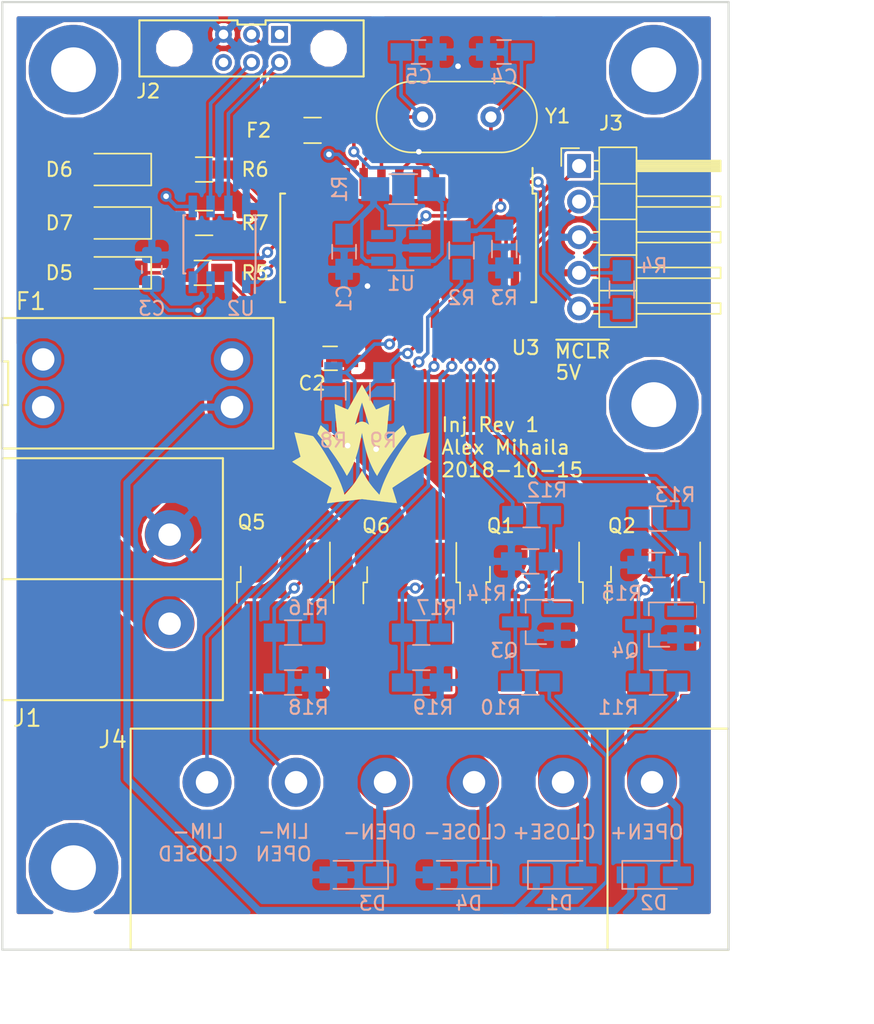
<source format=kicad_pcb>
(kicad_pcb (version 20171130) (host pcbnew "(5.0.0-3-g5ebb6b6)")
  (layers (0 F.Cu signal) (31 B.Cu signal) (34 B.Paste user hide) (35 F.Paste user hide) (36 B.SilkS user) (37 F.SilkS user) (38 B.Mask user hide) (39 F.Mask user hide) (44 Edge.Cuts user))
  (net 0 "")
  (net 1 "Net-(F2-Pad2)")
  (net 2 +12V)
  (net 3 GND)
  (net 4 CANL)
  (net 5 CANH)
  (net 6 "/Motor Control/CLOSE-")
  (net 7 "Net-(Q6-Pad1)")
  (net 8 "Net-(Q5-Pad1)")
  (net 9 "/Motor Control/OPEN-")
  (net 10 "/Motor Control/OPEN+")
  (net 11 +BATT)
  (net 12 "Net-(Q2-Pad1)")
  (net 13 "Net-(Q1-Pad1)")
  (net 14 "/Motor Control/CLOSE+")
  (net 15 "Net-(Q3-Pad1)")
  (net 16 "Net-(Q4-Pad1)")
  (net 17 "Net-(F2-Pad1)")
  (net 18 +5V)
  (net 19 /MCU/LOW_SIDE_B)
  (net 20 /MCU/VBAT)
  (net 21 /MCU/LOW_SIDE_A)
  (net 22 /MCU/HIGH_SIDE_B)
  (net 23 /MCU/HIGH_SIDE_A)
  (net 24 /MCU/LIM_OPEN)
  (net 25 /MCU/LIM_CLOSE)
  (net 26 "Net-(R7-Pad2)")
  (net 27 "Net-(D7-Pad1)")
  (net 28 "Net-(D6-Pad1)")
  (net 29 "Net-(R6-Pad2)")
  (net 30 "Net-(D5-Pad1)")
  (net 31 "Net-(R5-Pad2)")
  (net 32 /MCU/~MCLR)
  (net 33 /MCU/ICSPDAT)
  (net 34 /MCU/ICSPCLK)
  (net 35 /MCU/CURR_AMP)
  (net 36 /MCU/CAN_RX)
  (net 37 /MCU/CAN_TX)
  (net 38 "Net-(U3-Pad18)")
  (net 39 "Net-(U3-Pad17)")
  (net 40 "Net-(U3-Pad16)")
  (net 41 /MCU/OSC2)
  (net 42 /MCU/OSC1)
  (net 43 "Net-(U3-Pad7)")
  (net 44 "Net-(U3-Pad6)")
  (net 45 "Net-(U3-Pad5)")
  (net 46 "Net-(U3-Pad4)")
  (net 47 "Net-(F1-Pad1)")
  (module Package_TO_SOT_SMD:SOT-23-5_HandSoldering (layer B.Cu) (at 159.004 100.076 180)
    (fp_text reference U1 (at 0 -2.54 180) (layer B.SilkS) (effects (justify mirror)))
    (fp_text value INA180)
    (pad 1 smd rect (at -1.35 0.95 180) (size 1.56 0.65) (layers B.Cu B.Paste B.Mask) (net 35 /MCU/CURR_AMP))
    (pad 2 smd rect (at -1.35 0 180) (size 1.56 0.65) (layers B.Cu B.Paste B.Mask) (net 3 GND))
    (pad 3 smd rect (at -1.35 -0.95 180) (size 1.56 0.65) (layers B.Cu B.Paste B.Mask) (net 17 "Net-(F2-Pad1)"))
    (pad 4 smd rect (at 1.35 -0.95 180) (size 1.56 0.65) (layers B.Cu B.Paste B.Mask) (net 18 +5V))
    (pad 5 smd rect (at 1.35 0.95 180) (size 1.56 0.65) (layers B.Cu B.Paste B.Mask) (net 18 +5V))
  )
  (module Capacitors_SMD:C_0805_HandSoldering (layer B.Cu) (at 154.94 100.35 90)
    (fp_text reference C1 (at -3.322 0 90) (layer B.SilkS) (effects (justify mirror)))
    (fp_text value 0.1uF)
    (pad 1 smd rect (at -1.25 0 90) (size 1.5 1.25) (layers B.Cu B.Paste B.Mask) (net 3 GND))
    (pad 2 smd rect (at 1.25 0 90) (size 1.5 1.25) (layers B.Cu B.Paste B.Mask) (net 18 +5V))
  )
  (module TO_SOT_Packages_SMD:TO-252-2 (layer F.Cu) (at 168.529 126.374 270)
    (fp_text reference Q1 (at -6.486 2.413) (layer F.SilkS))
    (fp_text value AOD417)
    (pad 1 smd rect (at -4.2 -2.28 270) (size 2.2 1.2) (layers F.Cu F.Paste F.Mask) (net 13 "Net-(Q1-Pad1)"))
    (pad 3 smd rect (at -4.2 2.28 270) (size 2.2 1.2) (layers F.Cu F.Paste F.Mask) (net 11 +BATT))
    (pad 2 smd rect (at 2.1 0 270) (size 6.4 5.8) (layers F.Cu F.Mask) (net 14 "/Motor Control/CLOSE+"))
    (pad 2 smd rect (at 3.775 1.525 270) (size 3.05 2.75) (layers F.Cu F.Paste) (net 14 "/Motor Control/CLOSE+"))
    (pad 2 smd rect (at 0.425 -1.525 270) (size 3.05 2.75) (layers F.Cu F.Paste) (net 14 "/Motor Control/CLOSE+"))
    (pad 2 smd rect (at 3.775 -1.525 270) (size 3.05 2.75) (layers F.Cu F.Paste) (net 14 "/Motor Control/CLOSE+"))
    (pad 2 smd rect (at 0.425 1.525 270) (size 3.05 2.75) (layers F.Cu F.Paste) (net 14 "/Motor Control/CLOSE+"))
  )
  (module MountingHole:MountingHole_3.2mm_M3_Pad (layer F.Cu) (at 135.636 144.272)
    (fp_text reference REF** hide)
    (fp_text value MountingHole_3.2mm_M3_Pad)
    (pad 1 thru_hole circle (at 0 0) (size 6.4 6.4) (drill 3.2) (layers *.Cu *.Mask))
  )
  (module MountingHole:MountingHole_3.2mm_M3_Pad (layer F.Cu) (at 177.038 111.252)
    (fp_text reference REF** hide)
    (fp_text value MountingHole_3.2mm_M3_Pad)
    (pad 1 thru_hole circle (at 0 0) (size 6.4 6.4) (drill 3.2) (layers *.Cu *.Mask))
  )
  (module MountingHole:MountingHole_3.2mm_M3_Pad (layer F.Cu) (at 177.038 87.376)
    (fp_text reference REF** hide)
    (fp_text value MountingHole_3.2mm_M3_Pad)
    (pad 1 thru_hole circle (at 0 0) (size 6.4 6.4) (drill 3.2) (layers *.Cu *.Mask))
  )
  (module Housings_SOIC:SOIC-28W_7.5x17.9mm_Pitch1.27mm (layer F.Cu) (at 159.512 100.076 270)
    (fp_text reference U3 (at 7.112 -8.382) (layer F.SilkS))
    (fp_text value PIC18F26K83)
    (pad 28 smd rect (at 4.7 -8.255 270) (size 2 0.6) (layers F.Cu F.Paste F.Mask) (net 33 /MCU/ICSPDAT))
    (pad 27 smd rect (at 4.7 -6.985 270) (size 2 0.6) (layers F.Cu F.Paste F.Mask) (net 34 /MCU/ICSPCLK))
    (pad 26 smd rect (at 4.7 -5.715 270) (size 2 0.6) (layers F.Cu F.Paste F.Mask) (net 22 /MCU/HIGH_SIDE_B))
    (pad 25 smd rect (at 4.7 -4.445 270) (size 2 0.6) (layers F.Cu F.Paste F.Mask) (net 23 /MCU/HIGH_SIDE_A))
    (pad 24 smd rect (at 4.7 -3.175 270) (size 2 0.6) (layers F.Cu F.Paste F.Mask) (net 19 /MCU/LOW_SIDE_B))
    (pad 23 smd rect (at 4.7 -1.905 270) (size 2 0.6) (layers F.Cu F.Paste F.Mask) (net 21 /MCU/LOW_SIDE_A))
    (pad 22 smd rect (at 4.7 -0.635 270) (size 2 0.6) (layers F.Cu F.Paste F.Mask) (net 24 /MCU/LIM_OPEN))
    (pad 21 smd rect (at 4.7 0.635 270) (size 2 0.6) (layers F.Cu F.Paste F.Mask) (net 25 /MCU/LIM_CLOSE))
    (pad 20 smd rect (at 4.7 1.905 270) (size 2 0.6) (layers F.Cu F.Paste F.Mask) (net 18 +5V))
    (pad 19 smd rect (at 4.7 3.175 270) (size 2 0.6) (layers F.Cu F.Paste F.Mask) (net 3 GND))
    (pad 18 smd rect (at 4.7 4.445 270) (size 2 0.6) (layers F.Cu F.Paste F.Mask) (net 38 "Net-(U3-Pad18)"))
    (pad 17 smd rect (at 4.7 5.715 270) (size 2 0.6) (layers F.Cu F.Paste F.Mask) (net 39 "Net-(U3-Pad17)"))
    (pad 16 smd rect (at 4.7 6.985 270) (size 2 0.6) (layers F.Cu F.Paste F.Mask) (net 40 "Net-(U3-Pad16)"))
    (pad 15 smd rect (at 4.7 8.255 270) (size 2 0.6) (layers F.Cu F.Paste F.Mask) (net 31 "Net-(R5-Pad2)"))
    (pad 14 smd rect (at -4.7 8.255 270) (size 2 0.6) (layers F.Cu F.Paste F.Mask) (net 29 "Net-(R6-Pad2)"))
    (pad 13 smd rect (at -4.7 6.985 270) (size 2 0.6) (layers F.Cu F.Paste F.Mask) (net 26 "Net-(R7-Pad2)"))
    (pad 12 smd rect (at -4.7 5.715 270) (size 2 0.6) (layers F.Cu F.Paste F.Mask) (net 36 /MCU/CAN_RX))
    (pad 11 smd rect (at -4.7 4.445 270) (size 2 0.6) (layers F.Cu F.Paste F.Mask) (net 37 /MCU/CAN_TX))
    (pad 10 smd rect (at -4.7 3.175 270) (size 2 0.6) (layers F.Cu F.Paste F.Mask) (net 41 /MCU/OSC2))
    (pad 9 smd rect (at -4.7 1.905 270) (size 2 0.6) (layers F.Cu F.Paste F.Mask) (net 42 /MCU/OSC1))
    (pad 8 smd rect (at -4.7 0.635 270) (size 2 0.6) (layers F.Cu F.Paste F.Mask) (net 3 GND))
    (pad 7 smd rect (at -4.7 -0.635 270) (size 2 0.6) (layers F.Cu F.Paste F.Mask) (net 43 "Net-(U3-Pad7)"))
    (pad 6 smd rect (at -4.7 -1.905 270) (size 2 0.6) (layers F.Cu F.Paste F.Mask) (net 44 "Net-(U3-Pad6)"))
    (pad 5 smd rect (at -4.7 -3.175 270) (size 2 0.6) (layers F.Cu F.Paste F.Mask) (net 45 "Net-(U3-Pad5)"))
    (pad 4 smd rect (at -4.7 -4.445 270) (size 2 0.6) (layers F.Cu F.Paste F.Mask) (net 46 "Net-(U3-Pad4)"))
    (pad 3 smd rect (at -4.7 -5.715 270) (size 2 0.6) (layers F.Cu F.Paste F.Mask) (net 35 /MCU/CURR_AMP))
    (pad 2 smd rect (at -4.7 -6.985 270) (size 2 0.6) (layers F.Cu F.Paste F.Mask) (net 20 /MCU/VBAT))
    (pad 1 smd rect (at -4.7 -8.255 270) (size 2 0.6) (layers F.Cu F.Paste F.Mask) (net 32 /MCU/~MCLR))
  )
  (module Flight_Instr:Barrier_Strip_2Circuit (layer F.Cu) (at 142.494 123.698 90)
    (fp_text reference J1 (at -9.906 -10.16 180) (layer F.SilkS) (effects (font (size 1.2 1.2))))
    (fp_text value "Valve Power")
    (pad 1 thru_hole circle (at -3.175 0 90) (size 3.5 3.5) (drill 1.6) (layers *.Cu *.Mask) (net 47 "Net-(F1-Pad1)"))
    (pad 2 thru_hole circle (at 3.175 0 90) (size 3.5 3.5) (drill 1.6) (layers *.Cu *.Mask) (net 3 GND))
  )
  (module Capacitor_SMD:C_0805_2012Metric_Pad1.15x1.40mm_HandSolder (layer B.Cu) (at 141.224 101.609 90)
    (fp_text reference C3 (at -2.785 0 180) (layer B.SilkS) (effects (justify mirror)))
    (fp_text value 10uF)
    (pad 1 smd roundrect (at -1.025 0 90) (size 1.15 1.4) (layers B.Cu B.Paste B.Mask) (roundrect_rratio 0.217391) (net 18 +5V))
    (pad 2 smd roundrect (at 1.025 0 90) (size 1.15 1.4) (layers B.Cu B.Paste B.Mask) (roundrect_rratio 0.217391) (net 3 GND))
  )
  (module Pin_Headers:Pin_Header_Angled_1x05_Pitch2.54mm (layer F.Cu) (at 171.704 94.234)
    (fp_text reference J3 (at 2.286 -3.048) (layer F.SilkS))
    (fp_text value "Programming Header")
    (pad 5 thru_hole oval (at 0 10.16) (size 1.7 1.7) (drill 1) (layers *.Cu *.Mask) (net 32 /MCU/~MCLR))
    (pad 4 thru_hole oval (at 0 7.62) (size 1.7 1.7) (drill 1) (layers *.Cu *.Mask) (net 18 +5V))
    (pad 3 thru_hole oval (at 0 5.08) (size 1.7 1.7) (drill 1) (layers *.Cu *.Mask) (net 3 GND))
    (pad 2 thru_hole oval (at 0 2.54) (size 1.7 1.7) (drill 1) (layers *.Cu *.Mask) (net 33 /MCU/ICSPDAT))
    (pad 1 thru_hole rect (at 0 0) (size 1.7 1.7) (drill 1) (layers *.Cu *.Mask) (net 34 /MCU/ICSPCLK))
  )
  (module Capacitors_SMD:C_0805_HandSoldering (layer F.Cu) (at 153.944 107.95)
    (fp_text reference C2 (at -1.29 1.778) (layer F.SilkS))
    (fp_text value 0.1uF)
    (pad 2 smd rect (at 1.25 0) (size 1.5 1.25) (layers F.Cu F.Paste F.Mask) (net 18 +5V))
    (pad 1 smd rect (at -1.25 0) (size 1.5 1.25) (layers F.Cu F.Paste F.Mask) (net 3 GND))
  )
  (module Capacitors_SMD:C_0805_HandSoldering (layer B.Cu) (at 166.35 86.106 180)
    (fp_text reference C4 (at 0 -1.778 180) (layer B.SilkS) (effects (justify mirror)))
    (fp_text value 26pF)
    (pad 1 smd rect (at -1.25 0 180) (size 1.5 1.25) (layers B.Cu B.Paste B.Mask) (net 42 /MCU/OSC1))
    (pad 2 smd rect (at 1.25 0 180) (size 1.5 1.25) (layers B.Cu B.Paste B.Mask) (net 3 GND))
  )
  (module Capacitors_SMD:C_0805_HandSoldering (layer B.Cu) (at 160.254 86.106)
    (fp_text reference C5 (at 0 1.75) (layer B.SilkS) (effects (justify mirror)))
    (fp_text value 26pF)
    (pad 2 smd rect (at 1.25 0) (size 1.5 1.25) (layers B.Cu B.Paste B.Mask) (net 3 GND))
    (pad 1 smd rect (at -1.25 0) (size 1.5 1.25) (layers B.Cu B.Paste B.Mask) (net 41 /MCU/OSC2))
  )
  (module Crystal:Crystal_HC49-4H_Vertical (layer F.Cu) (at 165.4175 90.7415 180)
    (fp_text reference Y1 (at -4.7625 0.0635 180) (layer F.SilkS))
    (fp_text value Crystal)
    (pad 1 thru_hole circle (at 0 0 180) (size 1.5 1.5) (drill 0.8) (layers *.Cu *.Mask) (net 42 /MCU/OSC1))
    (pad 2 thru_hole circle (at 4.88 0 180) (size 1.5 1.5) (drill 0.8) (layers *.Cu *.Mask) (net 41 /MCU/OSC2))
  )
  (module Flight_Instr:Barrier_Strip_6Circuit (layer F.Cu) (at 161.036 138.176 180)
    (fp_text reference J4 (at 22.606 3.048 180) (layer F.SilkS) (effects (font (size 1.2 1.2))))
    (fp_text value "Valve Control")
    (pad 1 thru_hole circle (at -15.875 0 180) (size 3.5 3.5) (drill 1.6) (layers *.Cu *.Mask) (net 10 "/Motor Control/OPEN+"))
    (pad 2 thru_hole circle (at -9.525 0 180) (size 3.5 3.5) (drill 1.6) (layers *.Cu *.Mask) (net 14 "/Motor Control/CLOSE+"))
    (pad 3 thru_hole circle (at -3.175 0 180) (size 3.5 3.5) (drill 1.6) (layers *.Cu *.Mask) (net 6 "/Motor Control/CLOSE-"))
    (pad 4 thru_hole circle (at 3.175 0 180) (size 3.5 3.5) (drill 1.6) (layers *.Cu *.Mask) (net 9 "/Motor Control/OPEN-"))
    (pad 5 thru_hole circle (at 9.525 0 180) (size 3.5 3.5) (drill 1.6) (layers *.Cu *.Mask) (net 24 /MCU/LIM_OPEN))
    (pad 6 thru_hole circle (at 15.875 0 180) (size 3.5 3.5) (drill 1.6) (layers *.Cu *.Mask) (net 25 /MCU/LIM_CLOSE))
  )
  (module Flight_Instr:D_SOD-123_HandSoldering (layer B.Cu) (at 177.038 144.78)
    (fp_text reference D2 (at 0 2) (layer B.SilkS) (effects (justify mirror)))
    (fp_text value BAS16GWJ)
    (pad 2 smd rect (at 1.65 0) (size 2 1.2) (layers B.Cu B.Paste B.Mask) (net 10 "/Motor Control/OPEN+"))
    (pad 1 smd rect (at -1.65 0) (size 2 1.2) (layers B.Cu B.Paste B.Mask) (net 11 +BATT))
  )
  (module Flight_Instr:D_SOD-123_HandSoldering (layer B.Cu) (at 170.306 144.78)
    (fp_text reference D1 (at 0 2) (layer B.SilkS) (effects (justify mirror)))
    (fp_text value BAS16GWJ)
    (pad 1 smd rect (at -1.65 0) (size 2 1.2) (layers B.Cu B.Paste B.Mask) (net 11 +BATT))
    (pad 2 smd rect (at 1.65 0) (size 2 1.2) (layers B.Cu B.Paste B.Mask) (net 14 "/Motor Control/CLOSE+"))
  )
  (module Flight_Instr:D_SOD-123_HandSoldering (layer B.Cu) (at 155.83 144.78 180)
    (fp_text reference D3 (at -1.142 -2.032 180) (layer B.SilkS) (effects (justify mirror)))
    (fp_text value BAS16GWJ)
    (pad 2 smd rect (at 1.65 0 180) (size 2 1.2) (layers B.Cu B.Paste B.Mask) (net 3 GND))
    (pad 1 smd rect (at -1.65 0 180) (size 2 1.2) (layers B.Cu B.Paste B.Mask) (net 9 "/Motor Control/OPEN-"))
  )
  (module Flight_Instr:D_SOD-123_HandSoldering (layer B.Cu) (at 163.194 144.78 180)
    (fp_text reference D4 (at -0.636 -2.032 180) (layer B.SilkS) (effects (justify mirror)))
    (fp_text value BAS16GWJ)
    (pad 1 smd rect (at -1.65 0 180) (size 2 1.2) (layers B.Cu B.Paste B.Mask) (net 6 "/Motor Control/CLOSE-"))
    (pad 2 smd rect (at 1.65 0 180) (size 2 1.2) (layers B.Cu B.Paste B.Mask) (net 3 GND))
  )
  (module Flight_Instr:PC_AutoFuse_Holder (layer F.Cu) (at 140.208 109.728)
    (fp_text reference F1 (at -7.62 -5.842 180) (layer F.SilkS) (effects (font (size 1.2 1.2))))
    (fp_text value 30A)
    (pad 1 thru_hole circle (at -6.735 -1.7) (size 2.6 2.6) (drill 1.6) (layers *.Cu *.Mask) (net 47 "Net-(F1-Pad1)"))
    (pad 1 thru_hole circle (at -6.735 1.7) (size 2.6 2.6) (drill 1.6) (layers *.Cu *.Mask) (net 47 "Net-(F1-Pad1)"))
    (pad 2 thru_hole circle (at 6.735 -1.7) (size 2.6 2.6) (drill 1.6) (layers *.Cu *.Mask) (net 11 +BATT))
    (pad 2 thru_hole circle (at 6.735 1.7) (size 2.6 2.6) (drill 1.6) (layers *.Cu *.Mask) (net 11 +BATT))
  )
  (module Fuse:Fuse_1206_3216Metric_Pad1.42x1.75mm_HandSolder (layer F.Cu) (at 152.6905 91.694 180)
    (fp_text reference F2 (at 3.8465 0 180) (layer F.SilkS))
    (fp_text value Polyfuse)
    (pad 1 smd roundrect (at -1.4875 0 180) (size 1.425 1.75) (layers F.Cu F.Paste F.Mask) (roundrect_rratio 0.175439) (net 17 "Net-(F2-Pad1)"))
    (pad 2 smd roundrect (at 1.4875 0 180) (size 1.425 1.75) (layers F.Cu F.Paste F.Mask) (roundrect_rratio 0.175439) (net 1 "Net-(F2-Pad2)"))
  )
  (module Housings_SOIC:SOIC-8_3.9x4.9mm_Pitch1.27mm (layer B.Cu) (at 146.05 99.822 90)
    (fp_text reference U2 (at -4.572 1.524 180) (layer B.SilkS) (effects (justify mirror)))
    (fp_text value MCP2562)
    (pad 8 smd rect (at 2.7 1.905 90) (size 1.55 0.6) (layers B.Cu B.Paste B.Mask) (net 3 GND))
    (pad 7 smd rect (at 2.7 0.635 90) (size 1.55 0.6) (layers B.Cu B.Paste B.Mask) (net 5 CANH))
    (pad 6 smd rect (at 2.7 -0.635 90) (size 1.55 0.6) (layers B.Cu B.Paste B.Mask) (net 4 CANL))
    (pad 5 smd rect (at 2.7 -1.905 90) (size 1.55 0.6) (layers B.Cu B.Paste B.Mask) (net 18 +5V))
    (pad 4 smd rect (at -2.7 -1.905 90) (size 1.55 0.6) (layers B.Cu B.Paste B.Mask) (net 36 /MCU/CAN_RX))
    (pad 3 smd rect (at -2.7 -0.635 90) (size 1.55 0.6) (layers B.Cu B.Paste B.Mask) (net 18 +5V))
    (pad 2 smd rect (at -2.7 0.635 90) (size 1.55 0.6) (layers B.Cu B.Paste B.Mask) (net 3 GND))
    (pad 1 smd rect (at -2.7 1.905 90) (size 1.55 0.6) (layers B.Cu B.Paste B.Mask) (net 37 /MCU/CAN_TX))
  )
  (module LED_SMD:LED_1206_3216Metric_Pad1.42x1.75mm_HandSolder (layer F.Cu) (at 138.7205 94.488 180)
    (fp_text reference D6 (at 4.1005 0 180) (layer F.SilkS))
    (fp_text value LED)
    (pad 1 smd roundrect (at -1.4875 0 180) (size 1.425 1.75) (layers F.Cu F.Paste F.Mask) (roundrect_rratio 0.175439) (net 28 "Net-(D6-Pad1)"))
    (pad 2 smd roundrect (at 1.4875 0 180) (size 1.425 1.75) (layers F.Cu F.Paste F.Mask) (roundrect_rratio 0.175439) (net 18 +5V))
  )
  (module LED_SMD:LED_1206_3216Metric_Pad1.42x1.75mm_HandSolder (layer F.Cu) (at 138.7205 98.298 180)
    (fp_text reference D7 (at 4.1005 0 180) (layer F.SilkS))
    (fp_text value LED)
    (pad 2 smd roundrect (at 1.4875 0 180) (size 1.425 1.75) (layers F.Cu F.Paste F.Mask) (roundrect_rratio 0.175439) (net 18 +5V))
    (pad 1 smd roundrect (at -1.4875 0 180) (size 1.425 1.75) (layers F.Cu F.Paste F.Mask) (roundrect_rratio 0.175439) (net 27 "Net-(D7-Pad1)"))
  )
  (module LED_SMD:LED_1206_3216Metric_Pad1.42x1.75mm_HandSolder (layer F.Cu) (at 138.7205 101.854 180)
    (fp_text reference D5 (at 4.1005 0 180) (layer F.SilkS))
    (fp_text value LED)
    (pad 1 smd roundrect (at -1.4875 0 180) (size 1.425 1.75) (layers F.Cu F.Paste F.Mask) (roundrect_rratio 0.175439) (net 30 "Net-(D5-Pad1)"))
    (pad 2 smd roundrect (at 1.4875 0 180) (size 1.425 1.75) (layers F.Cu F.Paste F.Mask) (roundrect_rratio 0.175439) (net 18 +5V))
  )
  (module Resistors_SMD:R_0805_HandSoldering (layer B.Cu) (at 174.752 103.044 270)
    (fp_text reference R4 (at -1.698 -2.286) (layer B.SilkS) (effects (justify mirror)))
    (fp_text value 10K)
    (pad 1 smd rect (at -1.35 0 270) (size 1.5 1.3) (layers B.Cu B.Paste B.Mask) (net 18 +5V))
    (pad 2 smd rect (at 1.35 0 270) (size 1.5 1.3) (layers B.Cu B.Paste B.Mask) (net 32 /MCU/~MCLR))
  )
  (module Resistors_SMD:R_0805_HandSoldering (layer B.Cu) (at 166.37 100.156 270)
    (fp_text reference R3 (at 3.476 0) (layer B.SilkS) (effects (justify mirror)))
    (fp_text value 10K)
    (pad 2 smd rect (at 1.35 0 270) (size 1.5 1.3) (layers B.Cu B.Paste B.Mask) (net 3 GND))
    (pad 1 smd rect (at -1.35 0 270) (size 1.5 1.3) (layers B.Cu B.Paste B.Mask) (net 20 /MCU/VBAT))
  )
  (module Resistors_SMD:R_0805_HandSoldering (layer F.Cu) (at 144.86 101.854)
    (fp_text reference R5 (at 3.73 0) (layer F.SilkS))
    (fp_text value 330R)
    (pad 1 smd rect (at -1.35 0) (size 1.5 1.3) (layers F.Cu F.Paste F.Mask) (net 30 "Net-(D5-Pad1)"))
    (pad 2 smd rect (at 1.35 0) (size 1.5 1.3) (layers F.Cu F.Paste F.Mask) (net 31 "Net-(R5-Pad2)"))
  )
  (module Resistors_SMD:R_0805_HandSoldering (layer B.Cu) (at 151.304 131.064)
    (fp_text reference R18 (at 1.096 1.778) (layer B.SilkS) (effects (justify mirror)))
    (fp_text value 10K)
    (pad 2 smd rect (at 1.35 0) (size 1.5 1.3) (layers B.Cu B.Paste B.Mask) (net 3 GND))
    (pad 1 smd rect (at -1.35 0) (size 1.5 1.3) (layers B.Cu B.Paste B.Mask) (net 8 "Net-(Q5-Pad1)"))
  )
  (module Resistors_SMD:R_0805_HandSoldering (layer F.Cu) (at 144.954 94.488)
    (fp_text reference R6 (at 3.636 0) (layer F.SilkS))
    (fp_text value 330R)
    (pad 1 smd rect (at -1.35 0) (size 1.5 1.3) (layers F.Cu F.Paste F.Mask) (net 28 "Net-(D6-Pad1)"))
    (pad 2 smd rect (at 1.35 0) (size 1.5 1.3) (layers F.Cu F.Paste F.Mask) (net 29 "Net-(R6-Pad2)"))
  )
  (module Resistors_SMD:R_0805_HandSoldering (layer F.Cu) (at 144.954 98.298)
    (fp_text reference R7 (at 3.636 0) (layer F.SilkS))
    (fp_text value 330R)
    (pad 2 smd rect (at 1.35 0) (size 1.5 1.3) (layers F.Cu F.Paste F.Mask) (net 26 "Net-(R7-Pad2)"))
    (pad 1 smd rect (at -1.35 0) (size 1.5 1.3) (layers F.Cu F.Paste F.Mask) (net 27 "Net-(D7-Pad1)"))
  )
  (module Resistors_SMD:R_0805_HandSoldering (layer B.Cu) (at 154.178 110.316 90)
    (fp_text reference R8 (at -3.476 0 180) (layer B.SilkS) (effects (justify mirror)))
    (fp_text value 10K)
    (pad 1 smd rect (at -1.35 0 90) (size 1.5 1.3) (layers B.Cu B.Paste B.Mask) (net 18 +5V))
    (pad 2 smd rect (at 1.35 0 90) (size 1.5 1.3) (layers B.Cu B.Paste B.Mask) (net 25 /MCU/LIM_CLOSE))
  )
  (module Resistors_SMD:R_0805_HandSoldering (layer B.Cu) (at 157.6705 110.316 90)
    (fp_text reference R9 (at -3.476 0.0635 180) (layer B.SilkS) (effects (justify mirror)))
    (fp_text value 10K)
    (pad 2 smd rect (at 1.35 0 90) (size 1.5 1.3) (layers B.Cu B.Paste B.Mask) (net 24 /MCU/LIM_OPEN))
    (pad 1 smd rect (at -1.35 0 90) (size 1.5 1.3) (layers B.Cu B.Paste B.Mask) (net 18 +5V))
  )
  (module Resistors_SMD:R_0805_HandSoldering (layer B.Cu) (at 168.228 131.064 180)
    (fp_text reference R10 (at 2.112 -1.778 180) (layer B.SilkS) (effects (justify mirror)))
    (fp_text value 15K)
    (pad 1 smd rect (at -1.35 0 180) (size 1.5 1.3) (layers B.Cu B.Paste B.Mask) (net 11 +BATT))
    (pad 2 smd rect (at 1.35 0 180) (size 1.5 1.3) (layers B.Cu B.Paste B.Mask) (net 13 "Net-(Q1-Pad1)"))
  )
  (module Resistors_SMD:R_0805_HandSoldering (layer B.Cu) (at 177.339 131.064 180)
    (fp_text reference R11 (at 2.841 -1.778 180) (layer B.SilkS) (effects (justify mirror)))
    (fp_text value 15K)
    (pad 2 smd rect (at 1.35 0 180) (size 1.5 1.3) (layers B.Cu B.Paste B.Mask) (net 12 "Net-(Q2-Pad1)"))
    (pad 1 smd rect (at -1.35 0 180) (size 1.5 1.3) (layers B.Cu B.Paste B.Mask) (net 11 +BATT))
  )
  (module Resistors_SMD:R_0805_HandSoldering (layer B.Cu) (at 160.448 131.064)
    (fp_text reference R19 (at 0.842 1.778) (layer B.SilkS) (effects (justify mirror)))
    (fp_text value 10K)
    (pad 1 smd rect (at -1.35 0) (size 1.5 1.3) (layers B.Cu B.Paste B.Mask) (net 7 "Net-(Q6-Pad1)"))
    (pad 2 smd rect (at 1.35 0) (size 1.5 1.3) (layers B.Cu B.Paste B.Mask) (net 3 GND))
  )
  (module Resistors_SMD:R_0805_HandSoldering (layer B.Cu) (at 168.322 119.126 180)
    (fp_text reference R12 (at -1.096 1.778 180) (layer B.SilkS) (effects (justify mirror)))
    (fp_text value 270R)
    (pad 2 smd rect (at 1.35 0 180) (size 1.5 1.3) (layers B.Cu B.Paste B.Mask) (net 23 /MCU/HIGH_SIDE_A))
    (pad 1 smd rect (at -1.35 0 180) (size 1.5 1.3) (layers B.Cu B.Paste B.Mask) (net 15 "Net-(Q3-Pad1)"))
  )
  (module Resistors_SMD:R_0805_HandSoldering (layer B.Cu) (at 177.339 119.38 180)
    (fp_text reference R13 (at -1.223 1.7 180) (layer B.SilkS) (effects (justify mirror)))
    (fp_text value 270R)
    (pad 1 smd rect (at -1.35 0 180) (size 1.5 1.3) (layers B.Cu B.Paste B.Mask) (net 22 /MCU/HIGH_SIDE_B))
    (pad 2 smd rect (at 1.35 0 180) (size 1.5 1.3) (layers B.Cu B.Paste B.Mask) (net 16 "Net-(Q4-Pad1)"))
  )
  (module Resistors_SMD:R_0805_HandSoldering (layer B.Cu) (at 168.228 122.428 180)
    (fp_text reference R14 (at 3.128 -2.286 180) (layer B.SilkS) (effects (justify mirror)))
    (fp_text value 10K)
    (pad 2 smd rect (at 1.35 0 180) (size 1.5 1.3) (layers B.Cu B.Paste B.Mask) (net 3 GND))
    (pad 1 smd rect (at -1.35 0 180) (size 1.5 1.3) (layers B.Cu B.Paste B.Mask) (net 15 "Net-(Q3-Pad1)"))
  )
  (module Resistors_SMD:R_0805_HandSoldering (layer B.Cu) (at 177.245 122.682 180)
    (fp_text reference R15 (at 2.493 -2.032 180) (layer B.SilkS) (effects (justify mirror)))
    (fp_text value 10K)
    (pad 1 smd rect (at -1.35 0 180) (size 1.5 1.3) (layers B.Cu B.Paste B.Mask) (net 16 "Net-(Q4-Pad1)"))
    (pad 2 smd rect (at 1.35 0 180) (size 1.5 1.3) (layers B.Cu B.Paste B.Mask) (net 3 GND))
  )
  (module Resistors_SMD:R_0805_HandSoldering (layer B.Cu) (at 151.304 127.508)
    (fp_text reference R16 (at 1.096 -1.778) (layer B.SilkS) (effects (justify mirror)))
    (fp_text value 270R)
    (pad 2 smd rect (at 1.35 0) (size 1.5 1.3) (layers B.Cu B.Paste B.Mask) (net 21 /MCU/LOW_SIDE_A))
    (pad 1 smd rect (at -1.35 0) (size 1.5 1.3) (layers B.Cu B.Paste B.Mask) (net 8 "Net-(Q5-Pad1)"))
  )
  (module Resistors_SMD:R_0805_HandSoldering (layer B.Cu) (at 163.322 100.25 90)
    (fp_text reference R2 (at -3.382 0 180) (layer B.SilkS) (effects (justify mirror)))
    (fp_text value 27K)
    (pad 1 smd rect (at -1.35 0 90) (size 1.5 1.3) (layers B.Cu B.Paste B.Mask) (net 11 +BATT))
    (pad 2 smd rect (at 1.35 0 90) (size 1.5 1.3) (layers B.Cu B.Paste B.Mask) (net 20 /MCU/VBAT))
  )
  (module Resistors_SMD:R_0805_HandSoldering (layer B.Cu) (at 160.448 127.508 180)
    (fp_text reference R17 (at -1.096 1.778 180) (layer B.SilkS) (effects (justify mirror)))
    (fp_text value 270R)
    (pad 2 smd rect (at 1.35 0 180) (size 1.5 1.3) (layers B.Cu B.Paste B.Mask) (net 7 "Net-(Q6-Pad1)"))
    (pad 1 smd rect (at -1.35 0 180) (size 1.5 1.3) (layers B.Cu B.Paste B.Mask) (net 19 /MCU/LOW_SIDE_B))
  )
  (module Resistors_SMD:R_1206_HandSoldering (layer B.Cu) (at 159.163 95.885)
    (fp_text reference R1 (at -4.54 0 90) (layer B.SilkS) (effects (justify mirror)))
    (fp_text value 200mR)
    (pad 2 smd rect (at 2 0) (size 2 1.7) (layers B.Cu B.Paste B.Mask) (net 17 "Net-(F2-Pad1)"))
    (pad 1 smd rect (at -2 0) (size 2 1.7) (layers B.Cu B.Paste B.Mask) (net 18 +5V))
  )
  (module TO_SOT_Packages_SMD:SOT-23_Handsoldering (layer B.Cu) (at 177.443 126.934 180)
    (fp_text reference Q4 (at 2.437 -1.844 180) (layer B.SilkS) (effects (justify mirror)))
    (fp_text value DMG2302UK)
    (pad 1 smd rect (at -1.5 0.95 180) (size 1.9 0.8) (layers B.Cu B.Paste B.Mask) (net 16 "Net-(Q4-Pad1)"))
    (pad 2 smd rect (at -1.5 -0.95 180) (size 1.9 0.8) (layers B.Cu B.Paste B.Mask) (net 3 GND))
    (pad 3 smd rect (at 1.5 0 180) (size 1.9 0.8) (layers B.Cu B.Paste B.Mask) (net 12 "Net-(Q2-Pad1)"))
  )
  (module TO_SOT_Packages_SMD:SOT-23_Handsoldering (layer B.Cu) (at 168.656 126.746 180)
    (fp_text reference Q3 (at 2.286 -2.032 180) (layer B.SilkS) (effects (justify mirror)))
    (fp_text value DMG2302UK)
    (pad 3 smd rect (at 1.5 0 180) (size 1.9 0.8) (layers B.Cu B.Paste B.Mask) (net 13 "Net-(Q1-Pad1)"))
    (pad 2 smd rect (at -1.5 -0.95 180) (size 1.9 0.8) (layers B.Cu B.Paste B.Mask) (net 3 GND))
    (pad 1 smd rect (at -1.5 0.95 180) (size 1.9 0.8) (layers B.Cu B.Paste B.Mask) (net 15 "Net-(Q3-Pad1)"))
  )
  (module TO_SOT_Packages_SMD:TO-252-2 (layer F.Cu) (at 177.165 126.374 270)
    (fp_text reference Q2 (at -6.486 2.413) (layer F.SilkS))
    (fp_text value AOD417)
    (pad 2 smd rect (at 0.425 1.525 270) (size 3.05 2.75) (layers F.Cu F.Paste) (net 10 "/Motor Control/OPEN+"))
    (pad 2 smd rect (at 3.775 -1.525 270) (size 3.05 2.75) (layers F.Cu F.Paste) (net 10 "/Motor Control/OPEN+"))
    (pad 2 smd rect (at 0.425 -1.525 270) (size 3.05 2.75) (layers F.Cu F.Paste) (net 10 "/Motor Control/OPEN+"))
    (pad 2 smd rect (at 3.775 1.525 270) (size 3.05 2.75) (layers F.Cu F.Paste) (net 10 "/Motor Control/OPEN+"))
    (pad 2 smd rect (at 2.1 0 270) (size 6.4 5.8) (layers F.Cu F.Mask) (net 10 "/Motor Control/OPEN+"))
    (pad 3 smd rect (at -4.2 2.28 270) (size 2.2 1.2) (layers F.Cu F.Paste F.Mask) (net 11 +BATT))
    (pad 1 smd rect (at -4.2 -2.28 270) (size 2.2 1.2) (layers F.Cu F.Paste F.Mask) (net 12 "Net-(Q2-Pad1)"))
  )
  (module TO_SOT_Packages_SMD:TO-252-2 (layer F.Cu) (at 150.749 126.374 270)
    (fp_text reference Q5 (at -6.74 2.413) (layer F.SilkS))
    (fp_text value AOD476)
    (pad 1 smd rect (at -4.2 -2.28 270) (size 2.2 1.2) (layers F.Cu F.Paste F.Mask) (net 8 "Net-(Q5-Pad1)"))
    (pad 3 smd rect (at -4.2 2.28 270) (size 2.2 1.2) (layers F.Cu F.Paste F.Mask) (net 3 GND))
    (pad 2 smd rect (at 2.1 0 270) (size 6.4 5.8) (layers F.Cu F.Mask) (net 9 "/Motor Control/OPEN-"))
    (pad 2 smd rect (at 3.775 1.525 270) (size 3.05 2.75) (layers F.Cu F.Paste) (net 9 "/Motor Control/OPEN-"))
    (pad 2 smd rect (at 0.425 -1.525 270) (size 3.05 2.75) (layers F.Cu F.Paste) (net 9 "/Motor Control/OPEN-"))
    (pad 2 smd rect (at 3.775 -1.525 270) (size 3.05 2.75) (layers F.Cu F.Paste) (net 9 "/Motor Control/OPEN-"))
    (pad 2 smd rect (at 0.425 1.525 270) (size 3.05 2.75) (layers F.Cu F.Paste) (net 9 "/Motor Control/OPEN-"))
  )
  (module TO_SOT_Packages_SMD:TO-252-2 (layer F.Cu) (at 159.767 126.4 270)
    (fp_text reference Q6 (at -6.512 2.541) (layer F.SilkS))
    (fp_text value AOD476)
    (pad 2 smd rect (at 0.425 1.525 270) (size 3.05 2.75) (layers F.Cu F.Paste) (net 6 "/Motor Control/CLOSE-"))
    (pad 2 smd rect (at 3.775 -1.525 270) (size 3.05 2.75) (layers F.Cu F.Paste) (net 6 "/Motor Control/CLOSE-"))
    (pad 2 smd rect (at 0.425 -1.525 270) (size 3.05 2.75) (layers F.Cu F.Paste) (net 6 "/Motor Control/CLOSE-"))
    (pad 2 smd rect (at 3.775 1.525 270) (size 3.05 2.75) (layers F.Cu F.Paste) (net 6 "/Motor Control/CLOSE-"))
    (pad 2 smd rect (at 2.1 0 270) (size 6.4 5.8) (layers F.Cu F.Mask) (net 6 "/Motor Control/CLOSE-"))
    (pad 3 smd rect (at -4.2 2.28 270) (size 2.2 1.2) (layers F.Cu F.Paste F.Mask) (net 3 GND))
    (pad 1 smd rect (at -4.2 -2.28 270) (size 2.2 1.2) (layers F.Cu F.Paste F.Mask) (net 7 "Net-(Q6-Pad1)"))
  )
  (module canhw_footprints:connector_Harwin_M80-5000642 (layer F.Cu) (at 148.336 85.852 180)
    (fp_text reference J2 (at 7.366 -3.048 180) (layer F.SilkS))
    (fp_text value "CAN Connector")
    (pad 2 thru_hole circle (at 0 1 180) (size 1.2 1.2) (drill 0.68) (layers *.Cu *.Mask) (net 1 "Net-(F2-Pad2)"))
    (pad 1 thru_hole rect (at -2 1 180) (size 1.2 1.2) (drill 0.68) (layers *.Cu *.Mask) (net 2 +12V))
    (pad 3 thru_hole circle (at 2 1 180) (size 1.2 1.2) (drill 0.68) (layers *.Cu *.Mask) (net 3 GND))
    (pad 6 thru_hole circle (at 2 -1 180) (size 1.2 1.2) (drill 0.68) (layers *.Cu *.Mask))
    (pad 5 thru_hole circle (at 0 -1 180) (size 1.2 1.2) (drill 0.68) (layers *.Cu *.Mask) (net 4 CANL))
    (pad 4 thru_hole circle (at -2 -1 180) (size 1.2 1.2) (drill 0.68) (layers *.Cu *.Mask) (net 5 CANH))
    (pad "" np_thru_hole circle (at 5.5 0 180) (size 2.2 2.2) (drill 2.2) (layers *.Cu *.Mask))
    (pad "" np_thru_hole circle (at -5.5 0 180) (size 2.2 2.2) (drill 2.2) (layers *.Cu *.Mask))
  )
  (module MountingHole:MountingHole_3.2mm_M3_Pad (layer F.Cu) (at 135.636 87.376)
    (fp_text reference REF** hide)
    (fp_text value MountingHole_3.2mm_M3_Pad)
    (pad 1 thru_hole circle (at 0 0) (size 6.4 6.4) (drill 3.2) (layers *.Cu *.Mask))
  )
  (module Team_Logo:Logo_SilkScreen_10mm (layer F.Cu) (at 156.21 114.046)
    (fp_text reference G*** hide)
    (fp_text value LOGO hide)
  )
  (gr_text "Inj Rev 1\nAlex Mihaila\n2018-10-15" (at 161.798 114.3) (layer F.SilkS) (effects (font (size 1 1)) (justify left)))
  (gr_text "LIM-\nCLOSED" (at 144.526 142.494) (layer B.SilkS) (effects (font (size 1 1)) (justify mirror)))
  (gr_text "LIM-\nOPEN" (at 150.622 142.494) (layer B.SilkS) (effects (font (size 1 1)) (justify mirror)))
  (gr_text OPEN- (at 157.48 141.732) (layer B.SilkS) (effects (font (size 1 1)) (justify mirror)))
  (gr_text CLOSE- (at 163.576 141.732) (layer B.SilkS) (effects (font (size 1 1)) (justify mirror)))
  (gr_text CLOSE+ (at 169.926 141.732) (layer B.SilkS) (effects (font (size 1 1)) (justify mirror)))
  (gr_text OPEN+ (at 176.53 141.732) (layer B.SilkS) (effects (font (size 1 1)) (justify mirror)))
  (gr_text 5V (at 170.942 108.966) (layer F.SilkS) (effects (font (size 1 1))))
  (gr_text ~MCLR (at 171.958 107.442) (layer F.SilkS) (effects (font (size 1 1))))
  (gr_line (start 130.556 82.55) (end 130.556 150.114) (layer Edge.Cuts) (width 0.15))
  (gr_line (start 182.372 150.114) (end 182.372 82.55) (layer Edge.Cuts) (width 0.15))
  (gr_line (start 130.556 82.55) (end 182.372 82.55) (layer Edge.Cuts) (width 0.15))
  (gr_line (start 182.372 150.114) (end 130.556 150.114) (layer Edge.Cuts) (width 0.15))
  (segment (start 150.431653 90.922653) (end 151.203 91.694) (width 0.254) (layer F.Cu) (net 1))
  (segment (start 149.263001 89.754001) (end 150.431653 90.922653) (width 0.254) (layer F.Cu) (net 1))
  (segment (start 149.263001 85.779001) (end 149.263001 89.754001) (width 0.254) (layer F.Cu) (net 1))
  (segment (start 148.336 84.852) (end 149.263001 85.779001) (width 0.254) (layer F.Cu) (net 1))
  (via (at 160.274 93.218) (size 0.8) (drill 0.4) (layers F.Cu B.Cu) (net 3))
  (segment (start 158.877 94.676) (end 160.274 93.279) (width 0.254) (layer F.Cu) (net 3))
  (segment (start 160.274 93.279) (end 160.274 93.218) (width 0.254) (layer F.Cu) (net 3))
  (segment (start 158.877 95.376) (end 158.877 94.676) (width 0.254) (layer F.Cu) (net 3))
  (segment (start 152.819 107.95) (end 154.343 106.426) (width 0.254) (layer F.Cu) (net 3))
  (segment (start 152.694 107.95) (end 152.819 107.95) (width 0.254) (layer F.Cu) (net 3))
  (segment (start 156.337 105.476) (end 156.337 104.776) (width 0.254) (layer F.Cu) (net 3))
  (segment (start 155.387 106.426) (end 156.337 105.476) (width 0.254) (layer F.Cu) (net 3))
  (segment (start 154.343 106.426) (end 155.387 106.426) (width 0.254) (layer F.Cu) (net 3))
  (segment (start 175.995 122.682) (end 177.419 124.106) (width 0.254) (layer B.Cu) (net 3))
  (segment (start 175.895 122.682) (end 175.995 122.682) (width 0.254) (layer B.Cu) (net 3))
  (segment (start 177.419 124.106) (end 177.419 127.762) (width 0.254) (layer B.Cu) (net 3))
  (segment (start 177.541 127.884) (end 178.943 127.884) (width 0.254) (layer B.Cu) (net 3))
  (segment (start 177.419 127.762) (end 177.541 127.884) (width 0.254) (layer B.Cu) (net 3))
  (via (at 156.608455 102.797139) (size 0.8) (drill 0.4) (layers F.Cu B.Cu) (net 3))
  (segment (start 156.337 104.776) (end 156.337 103.068594) (width 0.254) (layer F.Cu) (net 3))
  (segment (start 156.337 103.068594) (end 156.608455 102.797139) (width 0.254) (layer F.Cu) (net 3))
  (segment (start 140.289999 122.727001) (end 140.289999 129.367999) (width 0.508) (layer B.Cu) (net 3))
  (segment (start 142.494 120.523) (end 140.289999 122.727001) (width 0.508) (layer B.Cu) (net 3))
  (segment (start 142.494 120.523) (end 144.698001 122.727001) (width 0.508) (layer B.Cu) (net 3))
  (segment (start 168.556 127.3) (end 168.952 127.696) (width 0.254) (layer B.Cu) (net 3))
  (segment (start 168.952 127.696) (end 170.156 127.696) (width 0.254) (layer B.Cu) (net 3))
  (segment (start 168.556 123.979) (end 168.556 127.3) (width 0.254) (layer B.Cu) (net 3))
  (segment (start 166.978 122.428) (end 168.529 123.979) (width 0.254) (layer B.Cu) (net 3))
  (segment (start 168.529 123.979) (end 168.556 123.979) (width 0.254) (layer B.Cu) (net 3))
  (segment (start 166.878 122.428) (end 166.978 122.428) (width 0.254) (layer B.Cu) (net 3))
  (segment (start 142.494 120.523) (end 144.243999 118.773001) (width 3.556) (layer F.Cu) (net 3))
  (segment (start 157.487 121.7) (end 157.48 121.693) (width 3.556) (layer F.Cu) (net 3))
  (segment (start 157.487 122.2) (end 157.487 121.7) (width 3.556) (layer F.Cu) (net 3))
  (segment (start 157.48 121.693) (end 157.48 119.634) (width 3.556) (layer F.Cu) (net 3))
  (segment (start 157.48 119.634) (end 154.305 116.459) (width 3.556) (layer F.Cu) (net 3))
  (segment (start 146.558 116.459) (end 144.243999 118.773001) (width 3.556) (layer F.Cu) (net 3))
  (segment (start 154.305 116.459) (end 146.558 116.459) (width 3.556) (layer F.Cu) (net 3))
  (segment (start 147.41 116.459) (end 146.558 116.459) (width 3.556) (layer F.Cu) (net 3))
  (segment (start 148.469 117.518) (end 147.41 116.459) (width 3.556) (layer F.Cu) (net 3))
  (segment (start 148.469 122.174) (end 148.469 117.518) (width 3.556) (layer F.Cu) (net 3))
  (via (at 163.068 87.122) (size 0.8) (drill 0.4) (layers F.Cu B.Cu) (net 3))
  (segment (start 164.084 86.106) (end 163.068 87.122) (width 0.254) (layer B.Cu) (net 3))
  (segment (start 165.1 86.106) (end 164.084 86.106) (width 0.254) (layer B.Cu) (net 3))
  (segment (start 145.415 89.773) (end 148.336 86.852) (width 0.254) (layer B.Cu) (net 4))
  (segment (start 145.415 97.122) (end 145.415 89.773) (width 0.254) (layer B.Cu) (net 4))
  (segment (start 146.685 90.503) (end 150.336 86.852) (width 0.254) (layer B.Cu) (net 5))
  (segment (start 146.685 97.122) (end 146.685 90.503) (width 0.254) (layer B.Cu) (net 5))
  (segment (start 164.844 138.809) (end 164.211 138.176) (width 0.508) (layer B.Cu) (net 6))
  (segment (start 164.844 144.78) (end 164.844 138.809) (width 0.508) (layer B.Cu) (net 6))
  (segment (start 159.767 133.732) (end 159.767 128.5) (width 3.556) (layer F.Cu) (net 6))
  (segment (start 164.211 138.176) (end 159.767 133.732) (width 3.556) (layer F.Cu) (net 6))
  (segment (start 162.56 122.174) (end 161.706 122.174) (width 0.254) (layer F.Cu) (net 7))
  (segment (start 159.098 127.508) (end 159.098 131.064) (width 0.254) (layer B.Cu) (net 7))
  (segment (start 160.414 124.333) (end 160.02 124.333) (width 0.254) (layer F.Cu) (net 7))
  (segment (start 162.047 122.7) (end 160.414 124.333) (width 0.254) (layer F.Cu) (net 7))
  (via (at 160.02 124.333) (size 0.8) (drill 0.4) (layers F.Cu B.Cu) (net 7))
  (segment (start 162.047 122.2) (end 162.047 122.7) (width 0.254) (layer F.Cu) (net 7))
  (segment (start 159.098 126.604) (end 159.098 127.508) (width 0.254) (layer B.Cu) (net 7))
  (segment (start 159.098 124.689315) (end 159.098 126.604) (width 0.254) (layer B.Cu) (net 7))
  (segment (start 159.454315 124.333) (end 159.098 124.689315) (width 0.254) (layer B.Cu) (net 7))
  (segment (start 160.02 124.333) (end 159.454315 124.333) (width 0.254) (layer B.Cu) (net 7))
  (segment (start 153.404 122.174) (end 152.908 122.174) (width 0.254) (layer F.Cu) (net 8))
  (segment (start 149.954 127.508) (end 149.954 131.064) (width 0.254) (layer B.Cu) (net 8))
  (segment (start 153.029 122.674) (end 152.019 123.684) (width 0.254) (layer F.Cu) (net 8))
  (segment (start 153.029 122.174) (end 153.029 122.674) (width 0.254) (layer F.Cu) (net 8))
  (via (at 151.384 124.333) (size 0.8) (drill 0.4) (layers F.Cu B.Cu) (net 8))
  (segment (start 152.019 123.698) (end 151.384 124.333) (width 0.254) (layer F.Cu) (net 8))
  (segment (start 152.019 123.684) (end 152.019 123.698) (width 0.254) (layer F.Cu) (net 8))
  (segment (start 149.954 125.763) (end 149.954 127.508) (width 0.254) (layer B.Cu) (net 8))
  (segment (start 151.384 124.333) (end 149.954 125.763) (width 0.254) (layer B.Cu) (net 8))
  (segment (start 151.124 128.474) (end 151.124 130.169) (width 3.556) (layer F.Cu) (net 9))
  (segment (start 157.48 138.557) (end 157.861 138.176) (width 0.508) (layer B.Cu) (net 9))
  (segment (start 157.48 144.78) (end 157.48 138.557) (width 0.508) (layer B.Cu) (net 9))
  (segment (start 150.749 131.064) (end 150.749 128.474) (width 3.556) (layer F.Cu) (net 9))
  (segment (start 157.861 138.176) (end 150.749 131.064) (width 3.556) (layer F.Cu) (net 9))
  (segment (start 178.688 139.953) (end 176.911 138.176) (width 0.508) (layer B.Cu) (net 10))
  (segment (start 178.688 144.78) (end 178.688 139.953) (width 0.508) (layer B.Cu) (net 10))
  (segment (start 176.911 128.728) (end 177.165 128.474) (width 3.556) (layer F.Cu) (net 10))
  (segment (start 176.911 138.176) (end 176.911 128.728) (width 3.556) (layer F.Cu) (net 10))
  (segment (start 146.943 108.028) (end 146.943 111.428) (width 3.556) (layer F.Cu) (net 11))
  (segment (start 168.656 144.526) (end 168.656 144.78) (width 0.508) (layer B.Cu) (net 11))
  (segment (start 144.858 111.428) (end 139.446 116.84) (width 0.508) (layer B.Cu) (net 11))
  (segment (start 139.446 137.922) (end 148.844 147.32) (width 0.508) (layer B.Cu) (net 11))
  (segment (start 146.943 111.428) (end 144.858 111.428) (width 0.508) (layer B.Cu) (net 11))
  (segment (start 175.388 146.176) (end 175.388 144.78) (width 0.508) (layer B.Cu) (net 11))
  (segment (start 174.244 147.32) (end 175.388 146.176) (width 0.508) (layer B.Cu) (net 11))
  (segment (start 160.382001 110.049999) (end 159.004 111.428) (width 0.254) (layer F.Cu) (net 11))
  (segment (start 158.6865 111.428) (end 159.004 111.428) (width 3.556) (layer F.Cu) (net 11))
  (segment (start 163.322 101.6) (end 163.322 102.604) (width 0.254) (layer B.Cu) (net 11))
  (via (at 160.274 108.204) (size 0.8) (drill 0.4) (layers F.Cu B.Cu) (net 11))
  (segment (start 163.322 102.604) (end 160.909 105.017) (width 0.254) (layer B.Cu) (net 11))
  (segment (start 158.6865 109.7915) (end 158.6865 111.428) (width 0.254) (layer F.Cu) (net 11))
  (segment (start 160.274 108.204) (end 158.6865 109.7915) (width 0.254) (layer F.Cu) (net 11))
  (segment (start 160.909 105.017) (end 160.909 107.569) (width 0.254) (layer B.Cu) (net 11))
  (segment (start 160.909 107.569) (end 160.274 108.204) (width 0.254) (layer B.Cu) (net 11))
  (segment (start 178.689 131.064) (end 178.589 131.064) (width 0.254) (layer B.Cu) (net 11))
  (segment (start 173.6725 145.252102) (end 171.6405 147.284102) (width 0.254) (layer B.Cu) (net 11))
  (segment (start 171.6405 147.284102) (end 171.6405 147.32) (width 0.254) (layer B.Cu) (net 11))
  (segment (start 171.6405 147.32) (end 174.244 147.32) (width 0.508) (layer B.Cu) (net 11))
  (segment (start 167.894 147.32) (end 171.6405 147.32) (width 0.508) (layer B.Cu) (net 11))
  (segment (start 169.578 131.064) (end 169.578 131.968) (width 0.254) (layer B.Cu) (net 11))
  (segment (start 173.6725 136.7155) (end 173.6725 145.252102) (width 0.254) (layer B.Cu) (net 11))
  (segment (start 168.656 144.78) (end 168.656 145.888) (width 0.508) (layer B.Cu) (net 11))
  (segment (start 168.656 145.888) (end 167.224 147.32) (width 0.508) (layer B.Cu) (net 11))
  (segment (start 166.37 147.32) (end 167.894 147.32) (width 0.508) (layer B.Cu) (net 11))
  (segment (start 167.224 147.32) (end 166.37 147.32) (width 0.508) (layer B.Cu) (net 11))
  (segment (start 148.844 147.32) (end 166.37 147.32) (width 0.508) (layer B.Cu) (net 11))
  (segment (start 169.578 132.222) (end 169.578 131.064) (width 0.254) (layer B.Cu) (net 11))
  (segment (start 173.6725 136.3165) (end 169.578 132.222) (width 0.254) (layer B.Cu) (net 11))
  (segment (start 173.6725 136.7155) (end 173.6725 136.3165) (width 0.254) (layer B.Cu) (net 11))
  (segment (start 178.689 131.968) (end 176.291 134.366) (width 0.254) (layer B.Cu) (net 11))
  (segment (start 178.689 131.064) (end 178.689 131.968) (width 0.254) (layer B.Cu) (net 11))
  (segment (start 175.623 134.366) (end 173.6725 136.3165) (width 0.254) (layer B.Cu) (net 11))
  (segment (start 176.291 134.366) (end 175.623 134.366) (width 0.254) (layer B.Cu) (net 11))
  (segment (start 158.6865 111.428) (end 169.086 111.428) (width 3.556) (layer F.Cu) (net 11))
  (segment (start 174.885 117.227) (end 174.885 122.174) (width 3.556) (layer F.Cu) (net 11))
  (segment (start 169.086 111.428) (end 174.885 117.227) (width 3.556) (layer F.Cu) (net 11))
  (segment (start 166.249 122.174) (end 166.249 119.259) (width 3.556) (layer F.Cu) (net 11))
  (segment (start 158.418 111.428) (end 155.702 111.428) (width 3.556) (layer F.Cu) (net 11))
  (segment (start 166.249 119.259) (end 158.418 111.428) (width 3.556) (layer F.Cu) (net 11))
  (segment (start 155.702 111.428) (end 158.6865 111.428) (width 3.556) (layer F.Cu) (net 11))
  (segment (start 146.943 111.428) (end 155.702 111.428) (width 3.556) (layer F.Cu) (net 11))
  (segment (start 139.446 137.922) (end 139.446 136.398) (width 0.508) (layer B.Cu) (net 11))
  (segment (start 139.446 136.398) (end 139.446 136.652) (width 0.508) (layer B.Cu) (net 11))
  (segment (start 139.446 116.84) (end 139.446 136.398) (width 0.508) (layer B.Cu) (net 11))
  (segment (start 175.943 131.018) (end 175.989 131.064) (width 0.254) (layer B.Cu) (net 12))
  (segment (start 175.943 126.934) (end 175.943 131.018) (width 0.254) (layer B.Cu) (net 12))
  (via (at 176.403 124.46) (size 0.8) (drill 0.4) (layers F.Cu B.Cu) (net 12))
  (segment (start 177.659 124.46) (end 176.403 124.46) (width 0.254) (layer F.Cu) (net 12))
  (segment (start 179.445 122.674) (end 177.659 124.46) (width 0.254) (layer F.Cu) (net 12))
  (segment (start 179.445 122.174) (end 179.445 122.674) (width 0.254) (layer F.Cu) (net 12))
  (segment (start 175.943 124.92) (end 175.943 126.934) (width 0.254) (layer B.Cu) (net 12))
  (segment (start 176.403 124.46) (end 175.943 124.92) (width 0.254) (layer B.Cu) (net 12))
  (segment (start 167.156 130.786) (end 166.878 131.064) (width 0.254) (layer B.Cu) (net 13))
  (segment (start 167.156 126.746) (end 167.156 130.786) (width 0.254) (layer B.Cu) (net 13))
  (segment (start 167.64 124.206) (end 167.156 124.69) (width 0.254) (layer B.Cu) (net 13))
  (segment (start 167.156 124.69) (end 167.156 126.746) (width 0.254) (layer B.Cu) (net 13))
  (segment (start 169.291 124.206) (end 167.64 124.206) (width 0.254) (layer F.Cu) (net 13))
  (segment (start 170.809 122.688) (end 169.291 124.206) (width 0.254) (layer F.Cu) (net 13))
  (segment (start 170.809 122.174) (end 170.809 122.688) (width 0.254) (layer F.Cu) (net 13))
  (via (at 167.64 124.206) (size 0.8) (drill 0.4) (layers F.Cu B.Cu) (net 13))
  (segment (start 171.956 139.571) (end 170.561 138.176) (width 0.508) (layer B.Cu) (net 14))
  (segment (start 171.956 144.78) (end 171.956 139.571) (width 0.508) (layer B.Cu) (net 14))
  (segment (start 170.561 130.506) (end 168.529 128.474) (width 3.556) (layer F.Cu) (net 14))
  (segment (start 170.561 138.176) (end 170.561 130.506) (width 3.556) (layer F.Cu) (net 14))
  (segment (start 169.578 125.218) (end 170.156 125.796) (width 0.254) (layer B.Cu) (net 15))
  (segment (start 169.578 122.428) (end 169.578 125.218) (width 0.254) (layer B.Cu) (net 15))
  (segment (start 169.672 122.334) (end 169.578 122.428) (width 0.254) (layer B.Cu) (net 15))
  (segment (start 169.672 119.126) (end 169.672 122.334) (width 0.254) (layer B.Cu) (net 15))
  (segment (start 178.595 125.636) (end 178.943 125.984) (width 0.254) (layer B.Cu) (net 16))
  (segment (start 178.595 122.682) (end 178.595 125.636) (width 0.254) (layer B.Cu) (net 16))
  (segment (start 178.595 121.886) (end 178.595 122.682) (width 0.254) (layer B.Cu) (net 16))
  (segment (start 176.089 119.38) (end 178.595 121.886) (width 0.254) (layer B.Cu) (net 16))
  (segment (start 175.989 119.38) (end 176.089 119.38) (width 0.254) (layer B.Cu) (net 16))
  (via (at 155.6385 93.218) (size 0.8) (drill 0.4) (layers F.Cu B.Cu) (net 17))
  (segment (start 155.6385 93.218) (end 155.6385 92.075) (width 0.254) (layer F.Cu) (net 17))
  (segment (start 155.2575 91.694) (end 154.178 91.694) (width 0.254) (layer F.Cu) (net 17))
  (segment (start 155.6385 92.075) (end 155.2575 91.694) (width 0.254) (layer F.Cu) (net 17))
  (segment (start 156.7815 94.361) (end 155.6385 93.218) (width 0.254) (layer B.Cu) (net 17))
  (segment (start 160.909 94.361) (end 156.7815 94.361) (width 0.254) (layer B.Cu) (net 17))
  (segment (start 161.163 94.615) (end 161.163 95.885) (width 0.25) (layer B.Cu) (net 17))
  (segment (start 160.909 94.361) (end 161.163 94.615) (width 0.25) (layer B.Cu) (net 17))
  (segment (start 161.163 95.885) (end 161.163 96.012) (width 0.254) (layer B.Cu) (net 17))
  (segment (start 161.163 95.885) (end 161.163 96.139) (width 0.254) (layer B.Cu) (net 17))
  (segment (start 161.163 96.139) (end 161.925 96.901) (width 0.254) (layer B.Cu) (net 17))
  (segment (start 161.388 101.026) (end 160.354 101.026) (width 0.254) (layer B.Cu) (net 17))
  (segment (start 161.925 100.489) (end 161.388 101.026) (width 0.254) (layer B.Cu) (net 17))
  (segment (start 161.925 96.901) (end 161.925 100.489) (width 0.254) (layer B.Cu) (net 17))
  (segment (start 145.415 103.632) (end 144.526 104.521) (width 0.254) (layer B.Cu) (net 18))
  (via (at 144.526 104.521) (size 0.8) (drill 0.4) (layers F.Cu B.Cu) (net 18))
  (segment (start 145.415 102.522) (end 145.415 103.632) (width 0.254) (layer B.Cu) (net 18))
  (via (at 155.194 114.173) (size 0.8) (drill 0.4) (layers F.Cu B.Cu) (net 18))
  (segment (start 154.178 113.157) (end 155.194 114.173) (width 0.254) (layer B.Cu) (net 18))
  (segment (start 154.178 111.666) (end 154.178 113.157) (width 0.254) (layer B.Cu) (net 18))
  (via (at 157.226 114.427) (size 0.8) (drill 0.4) (layers F.Cu B.Cu) (net 18))
  (segment (start 157.6705 113.9825) (end 157.226 114.427) (width 0.254) (layer B.Cu) (net 18))
  (segment (start 157.6705 111.666) (end 157.6705 113.9825) (width 0.254) (layer B.Cu) (net 18))
  (segment (start 143.960315 104.521) (end 144.526 104.521) (width 0.254) (layer B.Cu) (net 18))
  (segment (start 142.436 104.521) (end 143.960315 104.521) (width 0.254) (layer B.Cu) (net 18))
  (segment (start 141.224 103.309) (end 142.436 104.521) (width 0.254) (layer B.Cu) (net 18))
  (segment (start 141.224 102.634) (end 141.224 103.309) (width 0.254) (layer B.Cu) (net 18))
  (via (at 142.24 96.393) (size 0.8) (drill 0.4) (layers F.Cu B.Cu) (net 18))
  (segment (start 142.969 97.122) (end 142.24 96.393) (width 0.254) (layer B.Cu) (net 18))
  (segment (start 144.145 97.122) (end 142.969 97.122) (width 0.254) (layer B.Cu) (net 18))
  (segment (start 174.592 101.854) (end 174.752 101.694) (width 0.254) (layer B.Cu) (net 18))
  (segment (start 171.704 101.854) (end 174.592 101.854) (width 0.254) (layer B.Cu) (net 18))
  (segment (start 155.319 107.95) (end 155.194 107.95) (width 0.254) (layer F.Cu) (net 18))
  (segment (start 157.607 105.662) (end 155.319 107.95) (width 0.254) (layer F.Cu) (net 18))
  (segment (start 157.607 104.776) (end 157.607 105.662) (width 0.254) (layer F.Cu) (net 18))
  (segment (start 155.120999 108.902001) (end 150.558001 108.902001) (width 0.254) (layer F.Cu) (net 18))
  (segment (start 155.194 108.829) (end 155.120999 108.902001) (width 0.254) (layer F.Cu) (net 18))
  (segment (start 155.194 107.95) (end 155.194 108.829) (width 0.254) (layer F.Cu) (net 18))
  (segment (start 157.628 99.1) (end 157.654 99.126) (width 0.25) (layer B.Cu) (net 18))
  (segment (start 155.052 99.1) (end 154.94 99.1) (width 0.254) (layer B.Cu) (net 18))
  (via (at 153.8605 93.4085) (size 0.8) (drill 0.4) (layers F.Cu B.Cu) (net 18))
  (segment (start 154.5365 93.4085) (end 153.8605 93.4085) (width 0.254) (layer B.Cu) (net 18))
  (segment (start 157.013 95.885) (end 154.5365 93.4085) (width 0.254) (layer B.Cu) (net 18))
  (segment (start 157.163 95.885) (end 157.013 95.885) (width 0.254) (layer B.Cu) (net 18))
  (segment (start 157.163 96.989) (end 156.21 97.942) (width 0.254) (layer B.Cu) (net 18))
  (segment (start 157.163 95.885) (end 157.163 96.989) (width 0.254) (layer B.Cu) (net 18))
  (segment (start 156.21 97.942) (end 156.21 100.711) (width 0.254) (layer B.Cu) (net 18))
  (segment (start 156.525 101.026) (end 157.654 101.026) (width 0.254) (layer B.Cu) (net 18))
  (segment (start 156.21 100.711) (end 156.525 101.026) (width 0.254) (layer B.Cu) (net 18))
  (segment (start 156.926 96.989) (end 157.163 96.989) (width 0.254) (layer B.Cu) (net 18))
  (segment (start 154.94 98.975) (end 156.926 96.989) (width 0.254) (layer B.Cu) (net 18))
  (segment (start 154.94 99.1) (end 154.94 98.975) (width 0.254) (layer B.Cu) (net 18))
  (segment (start 156.926 96.122) (end 157.163 95.885) (width 0.254) (layer B.Cu) (net 18))
  (segment (start 156.926 96.989) (end 156.926 96.122) (width 0.254) (layer B.Cu) (net 18))
  (segment (start 157.654 97.48) (end 157.654 99.126) (width 0.254) (layer B.Cu) (net 18))
  (segment (start 157.163 96.989) (end 157.654 97.48) (width 0.254) (layer B.Cu) (net 18))
  (via (at 162.6235 108.5215) (size 0.8) (drill 0.4) (layers F.Cu B.Cu) (net 19))
  (segment (start 162.687 108.458) (end 162.6235 108.5215) (width 0.254) (layer F.Cu) (net 19))
  (segment (start 162.687 104.776) (end 162.687 108.458) (width 0.254) (layer F.Cu) (net 19))
  (segment (start 161.798 109.347) (end 161.798 127.508) (width 0.254) (layer B.Cu) (net 19))
  (segment (start 162.6235 108.5215) (end 161.798 109.347) (width 0.254) (layer B.Cu) (net 19))
  (segment (start 163.416 98.806) (end 163.322 98.9) (width 0.254) (layer B.Cu) (net 20))
  (segment (start 166.37 98.806) (end 163.416 98.806) (width 0.254) (layer B.Cu) (net 20))
  (via (at 166.116 97.155) (size 0.8) (drill 0.4) (layers F.Cu B.Cu) (net 20))
  (segment (start 164.371 98.9) (end 166.116 97.155) (width 0.254) (layer B.Cu) (net 20))
  (segment (start 163.322 98.9) (end 164.371 98.9) (width 0.254) (layer B.Cu) (net 20))
  (segment (start 166.116 95.757) (end 166.497 95.376) (width 0.254) (layer F.Cu) (net 20))
  (segment (start 166.116 97.155) (end 166.116 95.757) (width 0.254) (layer F.Cu) (net 20))
  (via (at 161.3535 108.5215) (size 0.8) (drill 0.4) (layers F.Cu B.Cu) (net 21))
  (segment (start 161.417 108.458) (end 161.3535 108.5215) (width 0.254) (layer F.Cu) (net 21))
  (segment (start 161.417 104.776) (end 161.417 108.458) (width 0.254) (layer F.Cu) (net 21))
  (segment (start 152.654 125.349) (end 152.654 127.508) (width 0.254) (layer B.Cu) (net 21))
  (segment (start 160.953501 117.049499) (end 152.654 125.349) (width 0.254) (layer B.Cu) (net 21))
  (segment (start 160.953501 108.921499) (end 160.953501 117.049499) (width 0.254) (layer B.Cu) (net 21))
  (segment (start 161.3535 108.5215) (end 160.953501 108.921499) (width 0.254) (layer B.Cu) (net 21))
  (via (at 165.354 108.5215) (size 0.8) (drill 0.4) (layers F.Cu B.Cu) (net 22))
  (segment (start 165.227 108.3945) (end 165.354 108.5215) (width 0.254) (layer F.Cu) (net 22))
  (segment (start 165.227 104.776) (end 165.227 108.3945) (width 0.254) (layer F.Cu) (net 22))
  (segment (start 165.354 108.5215) (end 165.354 112.776) (width 0.254) (layer B.Cu) (net 22))
  (segment (start 165.354 112.776) (end 169.1005 116.5225) (width 0.254) (layer B.Cu) (net 22))
  (segment (start 178.689 118.0465) (end 178.689 119.38) (width 0.254) (layer B.Cu) (net 22))
  (segment (start 177.165 116.5225) (end 178.689 118.0465) (width 0.254) (layer B.Cu) (net 22))
  (segment (start 169.1005 116.5225) (end 177.165 116.5225) (width 0.254) (layer B.Cu) (net 22))
  (via (at 163.957 108.5215) (size 0.8) (drill 0.4) (layers F.Cu B.Cu) (net 23))
  (segment (start 163.957 104.776) (end 163.957 108.5215) (width 0.254) (layer F.Cu) (net 23))
  (segment (start 166.872 119.126) (end 166.972 119.126) (width 0.254) (layer B.Cu) (net 23))
  (segment (start 163.957 108.5215) (end 163.957 115.195) (width 0.254) (layer B.Cu) (net 23))
  (segment (start 166.972 118.21) (end 166.972 119.126) (width 0.254) (layer B.Cu) (net 23))
  (segment (start 163.957 115.195) (end 166.972 118.21) (width 0.254) (layer B.Cu) (net 23))
  (segment (start 160.147 106.930983) (end 159.873989 107.203994) (width 0.254) (layer F.Cu) (net 24))
  (segment (start 158.932507 107.603993) (end 159.47399 107.603993) (width 0.254) (layer B.Cu) (net 24))
  (segment (start 157.6705 108.966) (end 157.6705 108.866) (width 0.254) (layer B.Cu) (net 24))
  (segment (start 160.147 104.776) (end 160.147 106.930983) (width 0.254) (layer F.Cu) (net 24))
  (segment (start 159.873989 107.203994) (end 159.47399 107.603993) (width 0.254) (layer F.Cu) (net 24))
  (segment (start 157.6705 108.866) (end 158.932507 107.603993) (width 0.254) (layer B.Cu) (net 24))
  (via (at 159.47399 107.603993) (size 0.8) (drill 0.4) (layers F.Cu B.Cu) (net 24))
  (segment (start 157.6705 109.066) (end 156.156011 110.580489) (width 0.254) (layer B.Cu) (net 24))
  (segment (start 156.375013 113.635981) (end 156.375013 117.253555) (width 0.254) (layer B.Cu) (net 24))
  (segment (start 156.375013 117.253555) (end 148.53601 125.092558) (width 0.254) (layer B.Cu) (net 24))
  (segment (start 156.15601 113.416978) (end 156.375013 113.635981) (width 0.254) (layer B.Cu) (net 24))
  (segment (start 157.6705 108.966) (end 157.6705 109.066) (width 0.254) (layer B.Cu) (net 24))
  (segment (start 156.156011 110.580489) (end 156.15601 113.416978) (width 0.254) (layer B.Cu) (net 24))
  (segment (start 148.53601 135.20101) (end 148.53601 133.096) (width 0.254) (layer B.Cu) (net 24))
  (segment (start 151.511 138.176) (end 148.53601 135.20101) (width 0.254) (layer B.Cu) (net 24))
  (segment (start 148.53601 133.096) (end 148.53601 133.93101) (width 0.254) (layer B.Cu) (net 24))
  (segment (start 148.53601 125.092558) (end 148.53601 133.096) (width 0.254) (layer B.Cu) (net 24))
  (via (at 158.1785 106.934) (size 0.8) (drill 0.4) (layers F.Cu B.Cu) (net 25))
  (segment (start 155.082 108.966) (end 157.114 106.934) (width 0.254) (layer B.Cu) (net 25))
  (segment (start 157.114 106.934) (end 158.1785 106.934) (width 0.254) (layer B.Cu) (net 25))
  (segment (start 154.178 108.966) (end 155.082 108.966) (width 0.254) (layer B.Cu) (net 25))
  (segment (start 158.877 106.2355) (end 158.877 104.776) (width 0.254) (layer F.Cu) (net 25))
  (segment (start 158.1785 106.934) (end 158.877 106.2355) (width 0.254) (layer F.Cu) (net 25))
  (segment (start 155.702 113.605036) (end 155.702 109.586) (width 0.254) (layer B.Cu) (net 25))
  (segment (start 155.921002 113.824038) (end 155.702 113.605036) (width 0.254) (layer B.Cu) (net 25))
  (segment (start 155.921002 117.065498) (end 155.921002 113.824038) (width 0.254) (layer B.Cu) (net 25))
  (segment (start 155.702 109.586) (end 155.082 108.966) (width 0.254) (layer B.Cu) (net 25))
  (segment (start 145.3515 127.635) (end 155.921002 117.065498) (width 0.254) (layer B.Cu) (net 25))
  (segment (start 145.161 138.176) (end 145.161 129.7305) (width 0.254) (layer B.Cu) (net 25))
  (segment (start 145.161 129.7305) (end 145.161 129.599672) (width 0.254) (layer B.Cu) (net 25))
  (segment (start 145.279011 127.707489) (end 145.3515 127.635) (width 0.254) (layer B.Cu) (net 25))
  (segment (start 145.161 129.7305) (end 145.161 127.8255) (width 0.254) (layer B.Cu) (net 25))
  (segment (start 145.161 127.8255) (end 145.3515 127.635) (width 0.254) (layer B.Cu) (net 25))
  (segment (start 152.527 96.076) (end 152.527 95.376) (width 0.254) (layer F.Cu) (net 26))
  (segment (start 150.305 98.298) (end 152.527 96.076) (width 0.254) (layer F.Cu) (net 26))
  (segment (start 146.304 98.298) (end 150.305 98.298) (width 0.254) (layer F.Cu) (net 26))
  (segment (start 143.604 98.298) (end 140.208 98.298) (width 0.254) (layer F.Cu) (net 27))
  (segment (start 140.208 94.488) (end 143.604 94.488) (width 0.254) (layer F.Cu) (net 28))
  (segment (start 146.404 94.488) (end 148.944 97.028) (width 0.254) (layer F.Cu) (net 29))
  (segment (start 146.304 94.488) (end 146.404 94.488) (width 0.254) (layer F.Cu) (net 29))
  (segment (start 148.944 97.028) (end 150.876 97.028) (width 0.254) (layer F.Cu) (net 29))
  (segment (start 151.257 96.647) (end 151.257 95.376) (width 0.254) (layer F.Cu) (net 29))
  (segment (start 150.876 97.028) (end 151.257 96.647) (width 0.254) (layer F.Cu) (net 29))
  (segment (start 141.0205 101.854) (end 143.51 101.854) (width 0.254) (layer F.Cu) (net 30))
  (segment (start 140.208 101.854) (end 141.0205 101.854) (width 0.254) (layer F.Cu) (net 30))
  (segment (start 146.319 101.996) (end 149.099 104.776) (width 0.254) (layer F.Cu) (net 31))
  (segment (start 150.703 104.776) (end 151.257 104.776) (width 0.254) (layer F.Cu) (net 31))
  (segment (start 149.099 104.776) (end 150.703 104.776) (width 0.254) (layer F.Cu) (net 31))
  (segment (start 146.304 101.996) (end 146.319 101.996) (width 0.254) (layer F.Cu) (net 31))
  (via (at 168.783 95.377) (size 0.8) (drill 0.4) (layers F.Cu B.Cu) (net 32))
  (segment (start 168.782 95.376) (end 168.783 95.377) (width 0.254) (layer F.Cu) (net 32))
  (segment (start 167.767 95.376) (end 168.782 95.376) (width 0.254) (layer F.Cu) (net 32))
  (segment (start 170.854001 103.544001) (end 171.704 104.394) (width 0.254) (layer B.Cu) (net 32))
  (segment (start 169.182999 101.872999) (end 170.854001 103.544001) (width 0.254) (layer B.Cu) (net 32))
  (segment (start 169.182999 95.776999) (end 169.182999 101.872999) (width 0.254) (layer B.Cu) (net 32))
  (segment (start 168.783 95.377) (end 169.182999 95.776999) (width 0.254) (layer B.Cu) (net 32))
  (segment (start 172.906081 104.394) (end 174.752 104.394) (width 0.254) (layer B.Cu) (net 32))
  (segment (start 171.704 104.394) (end 172.906081 104.394) (width 0.254) (layer B.Cu) (net 32))
  (segment (start 167.767 100.711) (end 171.704 96.774) (width 0.254) (layer F.Cu) (net 33))
  (segment (start 167.767 104.776) (end 167.767 100.711) (width 0.254) (layer F.Cu) (net 33))
  (segment (start 166.497 99.441) (end 171.704 94.234) (width 0.254) (layer F.Cu) (net 34))
  (segment (start 166.497 104.776) (end 166.497 99.441) (width 0.254) (layer F.Cu) (net 34))
  (via (at 160.781978 97.79) (size 0.8) (drill 0.4) (layers F.Cu B.Cu) (net 35))
  (segment (start 160.354 99.126) (end 160.354 98.217978) (width 0.254) (layer B.Cu) (net 35))
  (segment (start 160.381979 98.189999) (end 160.781978 97.79) (width 0.254) (layer B.Cu) (net 35))
  (segment (start 165.227 96.076) (end 163.513 97.79) (width 0.254) (layer F.Cu) (net 35))
  (segment (start 165.227 95.376) (end 165.227 96.076) (width 0.254) (layer F.Cu) (net 35))
  (segment (start 160.354 98.217978) (end 160.381979 98.189999) (width 0.254) (layer B.Cu) (net 35))
  (segment (start 163.513 97.79) (end 161.347663 97.79) (width 0.254) (layer F.Cu) (net 35))
  (segment (start 161.347663 97.79) (end 160.781978 97.79) (width 0.254) (layer F.Cu) (net 35))
  (via (at 149.479 100.3935) (size 0.8) (drill 0.4) (layers F.Cu B.Cu) (net 36))
  (segment (start 149.4795 100.3935) (end 149.479 100.3935) (width 0.254) (layer F.Cu) (net 36))
  (segment (start 153.797 96.076) (end 149.4795 100.3935) (width 0.254) (layer F.Cu) (net 36))
  (segment (start 153.797 95.376) (end 153.797 96.076) (width 0.254) (layer F.Cu) (net 36))
  (segment (start 144.145 102.047) (end 144.145 102.522) (width 0.254) (layer B.Cu) (net 36))
  (segment (start 145.398501 100.793499) (end 144.145 102.047) (width 0.254) (layer B.Cu) (net 36))
  (segment (start 149.079001 100.793499) (end 145.398501 100.793499) (width 0.254) (layer B.Cu) (net 36))
  (segment (start 149.479 100.3935) (end 149.079001 100.793499) (width 0.254) (layer B.Cu) (net 36))
  (segment (start 149.079001 102.190499) (end 149.479 101.7905) (width 0.254) (layer B.Cu) (net 37))
  (segment (start 148.7475 102.522) (end 149.079001 102.190499) (width 0.254) (layer B.Cu) (net 37))
  (segment (start 147.955 102.522) (end 148.7475 102.522) (width 0.254) (layer B.Cu) (net 37))
  (segment (start 149.479 101.664) (end 149.479 101.7905) (width 0.254) (layer F.Cu) (net 37))
  (segment (start 155.067 96.076) (end 149.479 101.664) (width 0.254) (layer F.Cu) (net 37))
  (segment (start 155.067 95.376) (end 155.067 96.076) (width 0.254) (layer F.Cu) (net 37))
  (via (at 149.479 101.7905) (size 0.8) (drill 0.4) (layers F.Cu B.Cu) (net 37))
  (segment (start 156.337 94.122) (end 156.337 95.376) (width 0.254) (layer F.Cu) (net 41))
  (segment (start 156.337 93.88134) (end 156.337 94.122) (width 0.254) (layer F.Cu) (net 41))
  (segment (start 159.47684 90.7415) (end 156.337 93.88134) (width 0.254) (layer F.Cu) (net 41))
  (segment (start 160.5375 90.7415) (end 159.47684 90.7415) (width 0.254) (layer F.Cu) (net 41))
  (segment (start 159.004 89.208) (end 160.5375 90.7415) (width 0.254) (layer B.Cu) (net 41))
  (segment (start 159.004 86.106) (end 159.004 89.208) (width 0.254) (layer B.Cu) (net 41))
  (segment (start 165.4175 91.80216) (end 164.95416 92.2655) (width 0.254) (layer F.Cu) (net 42))
  (segment (start 165.4175 90.7415) (end 165.4175 91.80216) (width 0.254) (layer F.Cu) (net 42))
  (segment (start 164.95416 92.2655) (end 159.1945 92.2655) (width 0.254) (layer F.Cu) (net 42))
  (segment (start 157.607 93.853) (end 157.607 95.376) (width 0.254) (layer F.Cu) (net 42))
  (segment (start 159.1945 92.2655) (end 157.607 93.853) (width 0.254) (layer F.Cu) (net 42))
  (segment (start 167.6 88.559) (end 165.4175 90.7415) (width 0.254) (layer B.Cu) (net 42))
  (segment (start 167.6 86.106) (end 167.6 88.559) (width 0.254) (layer B.Cu) (net 42))
  (segment (start 133.473 108.028) (end 133.473 111.428) (width 3.556) (layer F.Cu) (net 47))
  (segment (start 133.473 117.852) (end 133.473 111.428) (width 3.556) (layer F.Cu) (net 47))
  (segment (start 142.494 126.873) (end 133.473 117.852) (width 3.556) (layer F.Cu) (net 47))
  (zone (net 3) (net_name GND) (layer B.Cu) (connect_pads (clearance 0.2032)) (min_thickness 0.254) (fill yes (arc_segments 16) (thermal_gap 0.508) (thermal_bridge_width 0.508))
    (polygon (pts (xy 131.572 83.566) (xy 181.102 83.566) (xy 181.102 147.574) (xy 131.572 147.574)))
  )
  (zone (net 18) (net_name +5V) (layer F.Cu) (connect_pads (clearance 0.2032)) (min_thickness 0.254) (fill yes (arc_segments 16) (thermal_gap 0.508) (thermal_bridge_width 0.508))
    (polygon (pts (xy 131.572 83.566) (xy 156.972 83.566) (xy 156.972 93.726) (xy 169.926 93.726) (xy 169.926 83.566) (xy 181.102 83.566) (xy 181.102 147.574) (xy 131.572 147.574)))
  )
  (zone (net 3) (net_name GND) (layer F.Cu) (connect_pads (clearance 0.2032)) (min_thickness 0.254) (fill yes (arc_segments 16) (thermal_gap 0.508) (thermal_bridge_width 0.508))
    (polygon (pts (xy 157.734 83.566) (xy 157.734 92.71) (xy 169.164 92.71) (xy 169.164 83.566)))
  )
)
</source>
